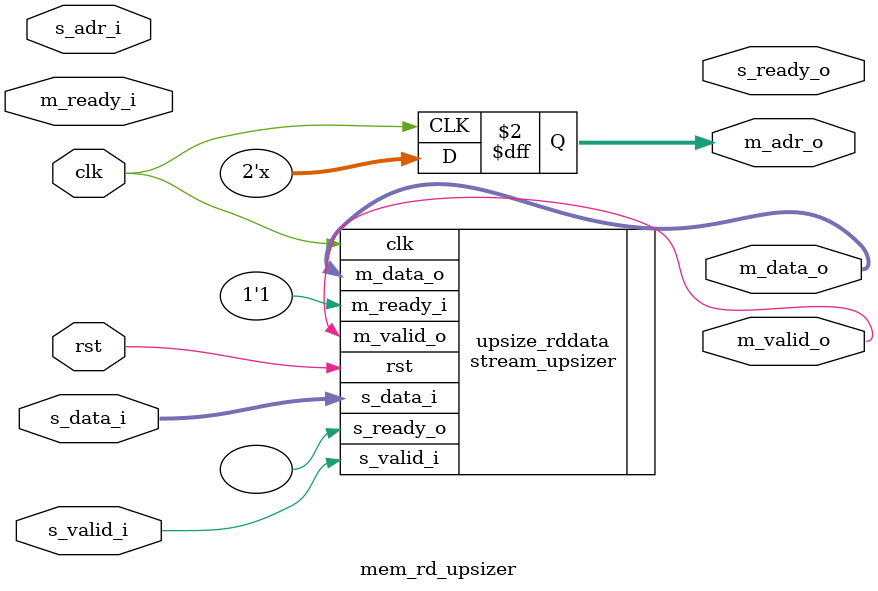
<source format=v>
module mem_rd_upsizer
  #(parameter WB_DW  = 32,
    parameter MEM_DW = 16,
    parameter AW  = 0)
   (input 	       clk,
    input 		rst,
    //Data & mask input stream
    input [AW-1:0] 	s_adr_i,
    input [MEM_DW-1:0] 	s_data_i,
    input 		s_valid_i,
    output 		s_ready_o,
    //Data & mask input stream
    output reg [AW-1:0] m_adr_o,
    output [WB_DW-1:0] 	m_data_o,
    output 		m_valid_o,
    input 		m_ready_i);

   stream_upsizer
     #(.DW_IN (MEM_DW),
       .SCALE  (WB_DW/MEM_DW))
   upsize_rddata
     (.clk       (clk),
      .rst       (rst),
      .s_data_i  (s_data_i),
      .s_valid_i (s_valid_i),
      .s_ready_o (), //FIXME: Error if 0
      .m_data_o  (m_data_o),
      .m_valid_o (m_valid_o),
      .m_ready_i (1'b1)); //Must always be ready for now

   always @(posedge clk) begin
      m_adr_o <= s_adr_i[AW-1:2];
   end
endmodule

</source>
